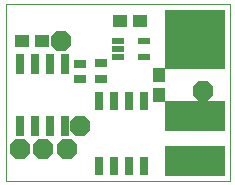
<source format=gts>
G75*
%MOIN*%
%OFA0B0*%
%FSLAX25Y25*%
%IPPOS*%
%LPD*%
%AMOC8*
5,1,8,0,0,1.08239X$1,22.5*
%
%ADD10C,0.00000*%
%ADD11R,0.03943X0.01975*%
%ADD12R,0.02762X0.06699*%
%ADD13R,0.02800X0.06400*%
%ADD14R,0.03943X0.03156*%
%ADD15R,0.04731X0.04337*%
%ADD16R,0.20400X0.10400*%
%ADD17R,0.04337X0.04731*%
%ADD18OC8,0.06700*%
D10*
X0001000Y0001000D02*
X0001000Y0059780D01*
X0075685Y0059780D01*
X0075685Y0001000D01*
X0001000Y0001000D01*
D11*
X0038559Y0042260D03*
X0038559Y0044819D03*
X0038559Y0047378D03*
X0047220Y0047378D03*
X0047220Y0042260D03*
D12*
X0020744Y0039953D03*
X0015783Y0039953D03*
X0010783Y0039953D03*
X0005783Y0039953D03*
X0005744Y0019055D03*
X0010744Y0019055D03*
X0015744Y0019055D03*
X0020744Y0019055D03*
D13*
X0032240Y0027469D03*
X0037240Y0027469D03*
X0042240Y0027469D03*
X0047240Y0027469D03*
X0047240Y0005869D03*
X0042240Y0005869D03*
X0037240Y0005869D03*
X0032240Y0005869D03*
D14*
X0032929Y0034976D03*
X0032929Y0040094D03*
X0025843Y0040016D03*
X0025843Y0034898D03*
D15*
X0013244Y0047575D03*
X0006551Y0047575D03*
X0039189Y0054150D03*
X0045882Y0054150D03*
D16*
X0063992Y0052969D03*
X0063992Y0043126D03*
X0063992Y0022654D03*
X0063992Y0007693D03*
D17*
X0052181Y0029543D03*
X0052181Y0036236D03*
D18*
X0066748Y0030921D03*
X0025803Y0019110D03*
X0021472Y0011630D03*
X0013598Y0011630D03*
X0005724Y0011630D03*
X0019504Y0047457D03*
M02*

</source>
